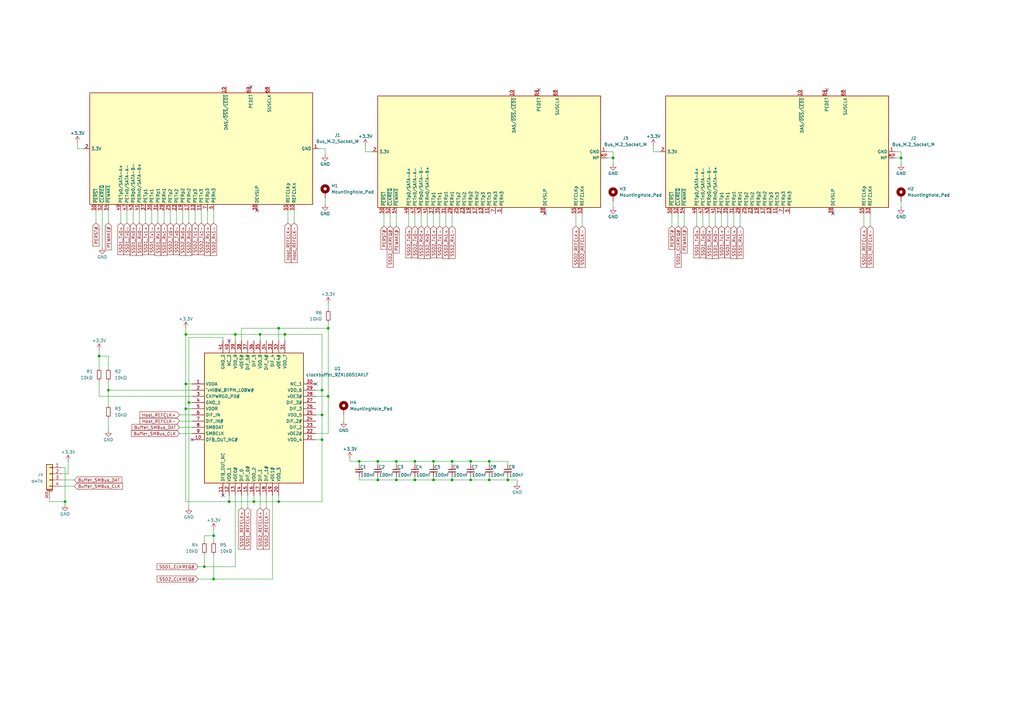
<source format=kicad_sch>
(kicad_sch (version 20231120) (generator "eeschema") (generator_version "8.0")
  (paper "A3")
  (lib_symbols
    (symbol "A-my-stuff:clockbuffer_9ZXL0651AKLF"
      (property "Reference" "IC" (at 46.99 17.78 0))
      (property "Value" "clockbuffer_9ZXL0651AKLF" (at 46.99 15.24 0))
      (symbol "clockbuffer_9ZXL0651AKLF_1_1"
        (pin passive line (at 0 0 0) (length 5.08) (name "VDDA") (number "1"))
        (pin passive line (at 0 -22.86 0) (length 5.08) (name "DFB_OUT_NC#") (number "10"))
        (pin passive line (at 12.7 -45.72 90) (length 5.08) (name "DFB_OUT_NC") (number "11"))
        (pin passive line (at 15.24 -45.72 90) (length 5.08) (name "VDD_1") (number "12"))
        (pin passive line (at 17.78 -45.72 90) (length 5.08) (name "vOE0#") (number "13"))
        (pin passive line (at 20.32 -45.72 90) (length 5.08) (name "DIF_0") (number "14"))
        (pin passive line (at 22.86 -45.72 90) (length 5.08) (name "DIF_0#") (number "15"))
        (pin passive line (at 25.4 -45.72 90) (length 5.08) (name "VDD_2") (number "16"))
        (pin passive line (at 27.94 -45.72 90) (length 5.08) (name "DIF_1") (number "17"))
        (pin passive line (at 30.48 -45.72 90) (length 5.08) (name "DIF_1#") (number "18"))
        (pin passive line (at 33.02 -45.72 90) (length 5.08) (name "vOE1#") (number "19"))
        (pin passive line (at 0 -2.54 0) (length 5.08) (name "^vHIBW_BYPM_LOBW#") (number "2"))
        (pin passive line (at 35.56 -45.72 90) (length 5.08) (name "VDD_3") (number "20"))
        (pin passive line (at 50.8 -22.86 180) (length 5.08) (name "VDD_4") (number "21"))
        (pin passive line (at 50.8 -20.32 180) (length 5.08) (name "vOE2#") (number "22"))
        (pin passive line (at 50.8 -17.78 180) (length 5.08) (name "DIF_2") (number "23"))
        (pin passive line (at 50.8 -15.24 180) (length 5.08) (name "DIF_2#") (number "24"))
        (pin passive line (at 50.8 -12.7 180) (length 5.08) (name "VDD_5") (number "25"))
        (pin passive line (at 50.8 -10.16 180) (length 5.08) (name "DIF_3") (number "26"))
        (pin passive line (at 50.8 -7.62 180) (length 5.08) (name "DIF_3#") (number "27"))
        (pin passive line (at 50.8 -5.08 180) (length 5.08) (name "vOE3#") (number "28"))
        (pin passive line (at 50.8 -2.54 180) (length 5.08) (name "VDD_6") (number "29"))
        (pin passive line (at 0 -5.08 0) (length 5.08) (name "CKPWRGD_PD#") (number "3"))
        (pin passive line (at 50.8 0 180) (length 5.08) (name "NC_1") (number "30"))
        (pin passive line (at 38.1 17.78 270) (length 5.08) (name "VDD_7") (number "31"))
        (pin passive line (at 35.56 17.78 270) (length 5.08) (name "vOE4#") (number "32"))
        (pin passive line (at 33.02 17.78 270) (length 5.08) (name "DIF_4") (number "33"))
        (pin passive line (at 30.48 17.78 270) (length 5.08) (name "DIF_4#") (number "34"))
        (pin passive line (at 27.94 17.78 270) (length 5.08) (name "VDD_8") (number "35"))
        (pin passive line (at 25.4 17.78 270) (length 5.08) (name "DIF_5") (number "36"))
        (pin passive line (at 22.86 17.78 270) (length 5.08) (name "DIF_5#") (number "37"))
        (pin passive line (at 20.32 17.78 270) (length 5.08) (name "vOE5#") (number "38"))
        (pin passive line (at 17.78 17.78 270) (length 5.08) (name "VDD_9") (number "39"))
        (pin passive line (at 0 -7.62 0) (length 5.08) (name "GND_1") (number "4"))
        (pin passive line (at 15.24 17.78 270) (length 5.08) (name "NC_2") (number "40"))
        (pin passive line (at 12.7 17.78 270) (length 5.08) (name "GND_2") (number "41"))
        (pin passive line (at 0 -10.16 0) (length 5.08) (name "VDDR") (number "5"))
        (pin passive line (at 0 -12.7 0) (length 5.08) (name "DIF_IN") (number "6"))
        (pin passive line (at 0 -15.24 0) (length 5.08) (name "DIF_IN#") (number "7"))
        (pin passive line (at 0 -17.78 0) (length 5.08) (name "SMBDAT") (number "8"))
        (pin passive line (at 0 -20.32 0) (length 5.08) (name "SMBCLK") (number "9"))
      )
    )
    (symbol "Bus_M.2_Socket_M_1"
      (property "Reference" "J2" (at 5.4962 -55.88 90))
      (property "Value" "Bus_M.2_Socket_M" (at 2.9562 -55.88 90))
      (symbol "Bus_M.2_Socket_M_1_1_1"
        (pin power_in line (at 0 -48.26 90) (length 2.54) (name "GND") (number "1"))
        (pin bidirectional line (at 25.4 -10.16 180) (length 2.54) (name "DAS/~{DSS}/~{LED1}") (number "10"))
        (pin output line (at -25.4 0 0) (length 2.54) (name "PETn3") (number "11"))
        (pin passive line (at 0 48.26 270) (length 2.54) hide (name "3.3V") (number "12"))
        (pin output line (at -25.4 2.54 0) (length 2.54) (name "PETp3") (number "13"))
        (pin passive line (at 0 48.26 270) (length 2.54) hide (name "3.3V") (number "14"))
        (pin passive line (at 0 -48.26 90) (length 2.54) hide (name "GND") (number "15"))
        (pin passive line (at 0 48.26 270) (length 2.54) hide (name "3.3V") (number "16"))
        (pin input line (at -25.4 5.08 0) (length 2.54) (name "PERn2") (number "17"))
        (pin passive line (at 0 48.26 270) (length 2.54) hide (name "3.3V") (number "18"))
        (pin input line (at -25.4 7.62 0) (length 2.54) (name "PERp2") (number "19"))
        (pin power_in line (at 0 48.26 270) (length 2.54) (name "3.3V") (number "2"))
        (pin no_connect line (at 22.86 2.54 180) (length 2.54) hide (name "NC") (number "20"))
        (pin passive line (at 0 -48.26 90) (length 2.54) hide (name "GND") (number "21"))
        (pin no_connect line (at 22.86 5.08 180) (length 2.54) hide (name "NC") (number "22"))
        (pin output line (at -25.4 10.16 0) (length 2.54) (name "PETn2") (number "23"))
        (pin no_connect line (at 22.86 7.62 180) (length 2.54) hide (name "NC") (number "24"))
        (pin output line (at -25.4 12.7 0) (length 2.54) (name "PETp2") (number "25"))
        (pin no_connect line (at 22.86 10.16 180) (length 2.54) hide (name "NC") (number "26"))
        (pin passive line (at 0 -48.26 90) (length 2.54) hide (name "GND") (number "27"))
        (pin no_connect line (at 22.86 12.7 180) (length 2.54) hide (name "NC") (number "28"))
        (pin input line (at -25.4 15.24 0) (length 2.54) (name "PERn1") (number "29"))
        (pin passive line (at 0 -48.26 90) (length 2.54) hide (name "GND") (number "3"))
        (pin no_connect line (at 22.86 15.24 180) (length 2.54) hide (name "NC") (number "30"))
        (pin input line (at -25.4 17.78 0) (length 2.54) (name "PERp1") (number "31"))
        (pin no_connect line (at 22.86 17.78 180) (length 2.54) hide (name "NC") (number "32"))
        (pin passive line (at 0 -48.26 90) (length 2.54) hide (name "GND") (number "33"))
        (pin no_connect line (at 22.86 20.32 180) (length 2.54) hide (name "NC") (number "34"))
        (pin output line (at -25.4 20.32 0) (length 2.54) (name "PETn1") (number "35"))
        (pin no_connect line (at 22.86 22.86 180) (length 2.54) hide (name "NC") (number "36"))
        (pin output line (at -25.4 22.86 0) (length 2.54) (name "PETp1") (number "37"))
        (pin output line (at -25.4 -22.86 0) (length 2.54) (name "DEVSLP") (number "38"))
        (pin passive line (at 0 -48.26 90) (length 2.54) hide (name "GND") (number "39"))
        (pin passive line (at 0 48.26 270) (length 2.54) hide (name "3.3V") (number "4"))
        (pin no_connect line (at 22.86 25.4 180) (length 2.54) hide (name "NC") (number "40"))
        (pin input line (at -25.4 25.4 0) (length 2.54) (name "PERn0/SATA-B+") (number "41"))
        (pin no_connect line (at 22.86 27.94 180) (length 2.54) hide (name "NC") (number "42"))
        (pin input line (at -25.4 27.94 0) (length 2.54) (name "PERp0/SATA-B-") (number "43"))
        (pin no_connect line (at 22.86 30.48 180) (length 2.54) hide (name "NC") (number "44"))
        (pin passive line (at 0 -48.26 90) (length 2.54) hide (name "GND") (number "45"))
        (pin no_connect line (at 22.86 33.02 180) (length 2.54) hide (name "NC") (number "46"))
        (pin output line (at -25.4 30.48 0) (length 2.54) (name "PETn0/SATA-A-") (number "47"))
        (pin no_connect line (at 22.86 35.56 180) (length 2.54) hide (name "NC") (number "48"))
        (pin output line (at -25.4 33.02 0) (length 2.54) (name "PETp0/SATA-A+") (number "49"))
        (pin input line (at -25.4 -5.08 0) (length 2.54) (name "PERn3") (number "5"))
        (pin output line (at -25.4 43.18 0) (length 2.54) (name "~{PERST}") (number "50"))
        (pin passive line (at 0 -48.26 90) (length 2.54) hide (name "GND") (number "51"))
        (pin bidirectional line (at -25.4 40.64 0) (length 2.54) (name "~{CLKREQ}") (number "52"))
        (pin output line (at -25.4 -38.1 0) (length 2.54) (name "REFCLKn") (number "53"))
        (pin bidirectional line (at -25.4 38.1 0) (length 2.54) (name "~{PEWAKE}") (number "54"))
        (pin output line (at -25.4 -35.56 0) (length 2.54) (name "REFCLKp") (number "55"))
        (pin no_connect line (at 22.86 38.1 180) (length 2.54) hide (name "NC") (number "56"))
        (pin passive line (at 0 -48.26 90) (length 2.54) hide (name "GND") (number "57"))
        (pin no_connect line (at 22.86 40.64 180) (length 2.54) hide (name "NC") (number "58"))
        (pin no_connect line (at 22.86 -2.54 180) (length 2.54) hide (name "NC") (number "6"))
        (pin no_connect line (at 22.86 -5.08 180) (length 2.54) hide (name "NC") (number "67"))
        (pin output line (at 25.4 -27.94 180) (length 2.54) (name "SUSCLK") (number "68"))
        (pin passive line (at 25.4 -20.32 180) (length 2.54) (name "PEDET") (number "69"))
        (pin input line (at -25.4 -2.54 0) (length 2.54) (name "PERp3") (number "7"))
        (pin passive line (at 0 48.26 270) (length 2.54) hide (name "3.3V") (number "70"))
        (pin passive line (at 0 -48.26 90) (length 2.54) hide (name "GND") (number "71"))
        (pin passive line (at 0 48.26 270) (length 2.54) hide (name "3.3V") (number "72"))
        (pin passive line (at 0 -48.26 90) (length 2.54) hide (name "GND") (number "73"))
        (pin passive line (at 0 48.26 270) (length 2.54) hide (name "3.3V") (number "74"))
        (pin passive line (at 0 -48.26 90) (length 2.54) hide (name "GND") (number "75"))
        (pin no_connect line (at 22.86 0 180) (length 2.54) hide (name "NC") (number "8"))
        (pin passive line (at 0 -48.26 90) (length 2.54) hide (name "GND") (number "9"))
        (pin power_in line (at -2.54 -48.26 90) (length 2.54) (name "MP") (number "MP"))
      )
    )
    (symbol "Bus_M.2_Socket_M_2"
      (property "Reference" "J3" (at 5.4962 -55.88 90))
      (property "Value" "Bus_M.2_Socket_M" (at 2.9562 -55.88 90))
      (symbol "Bus_M.2_Socket_M_2_1_1"
        (pin power_in line (at 0 -48.26 90) (length 2.54) (name "GND") (number "1"))
        (pin bidirectional line (at 25.4 -10.16 180) (length 2.54) (name "DAS/~{DSS}/~{LED1}") (number "10"))
        (pin output line (at -25.4 0 0) (length 2.54) (name "PETn3") (number "11"))
        (pin passive line (at 0 48.26 270) (length 2.54) hide (name "3.3V") (number "12"))
        (pin output line (at -25.4 2.54 0) (length 2.54) (name "PETp3") (number "13"))
        (pin passive line (at 0 48.26 270) (length 2.54) hide (name "3.3V") (number "14"))
        (pin passive line (at 0 -48.26 90) (length 2.54) hide (name "GND") (number "15"))
        (pin passive line (at 0 48.26 270) (length 2.54) hide (name "3.3V") (number "16"))
        (pin input line (at -25.4 5.08 0) (length 2.54) (name "PERn2") (number "17"))
        (pin passive line (at 0 48.26 270) (length 2.54) hide (name "3.3V") (number "18"))
        (pin input line (at -25.4 7.62 0) (length 2.54) (name "PERp2") (number "19"))
        (pin power_in line (at 0 48.26 270) (length 2.54) (name "3.3V") (number "2"))
        (pin no_connect line (at 22.86 2.54 180) (length 2.54) hide (name "NC") (number "20"))
        (pin passive line (at 0 -48.26 90) (length 2.54) hide (name "GND") (number "21"))
        (pin no_connect line (at 22.86 5.08 180) (length 2.54) hide (name "NC") (number "22"))
        (pin output line (at -25.4 10.16 0) (length 2.54) (name "PETn2") (number "23"))
        (pin no_connect line (at 22.86 7.62 180) (length 2.54) hide (name "NC") (number "24"))
        (pin output line (at -25.4 12.7 0) (length 2.54) (name "PETp2") (number "25"))
        (pin no_connect line (at 22.86 10.16 180) (length 2.54) hide (name "NC") (number "26"))
        (pin passive line (at 0 -48.26 90) (length 2.54) hide (name "GND") (number "27"))
        (pin no_connect line (at 22.86 12.7 180) (length 2.54) hide (name "NC") (number "28"))
        (pin input line (at -25.4 15.24 0) (length 2.54) (name "PERn1") (number "29"))
        (pin passive line (at 0 -48.26 90) (length 2.54) hide (name "GND") (number "3"))
        (pin no_connect line (at 22.86 15.24 180) (length 2.54) hide (name "NC") (number "30"))
        (pin input line (at -25.4 17.78 0) (length 2.54) (name "PERp1") (number "31"))
        (pin no_connect line (at 22.86 17.78 180) (length 2.54) hide (name "NC") (number "32"))
        (pin passive line (at 0 -48.26 90) (length 2.54) hide (name "GND") (number "33"))
        (pin no_connect line (at 22.86 20.32 180) (length 2.54) hide (name "NC") (number "34"))
        (pin output line (at -25.4 20.32 0) (length 2.54) (name "PETn1") (number "35"))
        (pin no_connect line (at 22.86 22.86 180) (length 2.54) hide (name "NC") (number "36"))
        (pin output line (at -25.4 22.86 0) (length 2.54) (name "PETp1") (number "37"))
        (pin output line (at -25.4 -22.86 0) (length 2.54) (name "DEVSLP") (number "38"))
        (pin passive line (at 0 -48.26 90) (length 2.54) hide (name "GND") (number "39"))
        (pin passive line (at 0 48.26 270) (length 2.54) hide (name "3.3V") (number "4"))
        (pin no_connect line (at 22.86 25.4 180) (length 2.54) hide (name "NC") (number "40"))
        (pin input line (at -25.4 25.4 0) (length 2.54) (name "PERn0/SATA-B+") (number "41"))
        (pin no_connect line (at 22.86 27.94 180) (length 2.54) hide (name "NC") (number "42"))
        (pin input line (at -25.4 27.94 0) (length 2.54) (name "PERp0/SATA-B-") (number "43"))
        (pin no_connect line (at 22.86 30.48 180) (length 2.54) hide (name "NC") (number "44"))
        (pin passive line (at 0 -48.26 90) (length 2.54) hide (name "GND") (number "45"))
        (pin no_connect line (at 22.86 33.02 180) (length 2.54) hide (name "NC") (number "46"))
        (pin output line (at -25.4 30.48 0) (length 2.54) (name "PETn0/SATA-A-") (number "47"))
        (pin no_connect line (at 22.86 35.56 180) (length 2.54) hide (name "NC") (number "48"))
        (pin output line (at -25.4 33.02 0) (length 2.54) (name "PETp0/SATA-A+") (number "49"))
        (pin input line (at -25.4 -5.08 0) (length 2.54) (name "PERn3") (number "5"))
        (pin output line (at -25.4 43.18 0) (length 2.54) (name "~{PERST}") (number "50"))
        (pin passive line (at 0 -48.26 90) (length 2.54) hide (name "GND") (number "51"))
        (pin bidirectional line (at -25.4 40.64 0) (length 2.54) (name "~{CLKREQ}") (number "52"))
        (pin output line (at -25.4 -38.1 0) (length 2.54) (name "REFCLKn") (number "53"))
        (pin bidirectional line (at -25.4 38.1 0) (length 2.54) (name "~{PEWAKE}") (number "54"))
        (pin output line (at -25.4 -35.56 0) (length 2.54) (name "REFCLKp") (number "55"))
        (pin no_connect line (at 22.86 38.1 180) (length 2.54) hide (name "NC") (number "56"))
        (pin passive line (at 0 -48.26 90) (length 2.54) hide (name "GND") (number "57"))
        (pin no_connect line (at 22.86 40.64 180) (length 2.54) hide (name "NC") (number "58"))
        (pin no_connect line (at 22.86 -2.54 180) (length 2.54) hide (name "NC") (number "6"))
        (pin no_connect line (at 22.86 -5.08 180) (length 2.54) hide (name "NC") (number "67"))
        (pin output line (at 25.4 -27.94 180) (length 2.54) (name "SUSCLK") (number "68"))
        (pin passive line (at 25.4 -20.32 180) (length 2.54) (name "PEDET") (number "69"))
        (pin input line (at -25.4 -2.54 0) (length 2.54) (name "PERp3") (number "7"))
        (pin passive line (at 0 48.26 270) (length 2.54) hide (name "3.3V") (number "70"))
        (pin passive line (at 0 -48.26 90) (length 2.54) hide (name "GND") (number "71"))
        (pin passive line (at 0 48.26 270) (length 2.54) hide (name "3.3V") (number "72"))
        (pin passive line (at 0 -48.26 90) (length 2.54) hide (name "GND") (number "73"))
        (pin passive line (at 0 48.26 270) (length 2.54) hide (name "3.3V") (number "74"))
        (pin passive line (at 0 -48.26 90) (length 2.54) hide (name "GND") (number "75"))
        (pin no_connect line (at 22.86 0 180) (length 2.54) hide (name "NC") (number "8"))
        (pin passive line (at 0 -48.26 90) (length 2.54) hide (name "GND") (number "9"))
        (pin power_in line (at -2.54 -48.26 90) (length 2.54) (name "MP") (number "MP"))
      )
    )
    (symbol "Connector:Bus_M.2_Socket_M"
      (property "Reference" "J" (at -22.86 46.99 0))
      (property "Value" "Bus_M.2_Socket_M" (at 16.51 46.99 0))
      (symbol "Bus_M.2_Socket_M_1_1"
        (pin power_in line (at 0 -48.26 90) (length 2.54) (name "GND") (number "1"))
        (pin bidirectional line (at 25.4 -10.16 180) (length 2.54) (name "DAS/~{DSS}/~{LED1}") (number "10"))
        (pin output line (at -25.4 0 0) (length 2.54) (name "PETn3") (number "11"))
        (pin passive line (at 0 48.26 270) (length 2.54) hide (name "3.3V") (number "12"))
        (pin output line (at -25.4 2.54 0) (length 2.54) (name "PETp3") (number "13"))
        (pin passive line (at 0 48.26 270) (length 2.54) hide (name "3.3V") (number "14"))
        (pin passive line (at 0 -48.26 90) (length 2.54) hide (name "GND") (number "15"))
        (pin passive line (at 0 48.26 270) (length 2.54) hide (name "3.3V") (number "16"))
        (pin input line (at -25.4 5.08 0) (length 2.54) (name "PERn2") (number "17"))
        (pin passive line (at 0 48.26 270) (length 2.54) hide (name "3.3V") (number "18"))
        (pin input line (at -25.4 7.62 0) (length 2.54) (name "PERp2") (number "19"))
        (pin power_in line (at 0 48.26 270) (length 2.54) (name "3.3V") (number "2"))
        (pin no_connect line (at 22.86 2.54 180) (length 2.54) hide (name "NC") (number "20"))
        (pin passive line (at 0 -48.26 90) (length 2.54) hide (name "GND") (number "21"))
        (pin no_connect line (at 22.86 5.08 180) (length 2.54) hide (name "NC") (number "22"))
        (pin output line (at -25.4 10.16 0) (length 2.54) (name "PETn2") (number "23"))
        (pin no_connect line (at 22.86 7.62 180) (length 2.54) hide (name "NC") (number "24"))
        (pin output line (at -25.4 12.7 0) (length 2.54) (name "PETp2") (number "25"))
        (pin no_connect line (at 22.86 10.16 180) (length 2.54) hide (name "NC") (number "26"))
        (pin passive line (at 0 -48.26 90) (length 2.54) hide (name "GND") (number "27"))
        (pin no_connect line (at 22.86 12.7 180) (length 2.54) hide (name "NC") (number "28"))
        (pin input line (at -25.4 15.24 0) (length 2.54) (name "PERn1") (number "29"))
        (pin passive line (at 0 -48.26 90) (length 2.54) hide (name "GND") (number "3"))
        (pin no_connect line (at 22.86 15.24 180) (length 2.54) hide (name "NC") (number "30"))
        (pin input line (at -25.4 17.78 0) (length 2.54) (name "PERp1") (number "31"))
        (pin no_connect line (at 22.86 17.78 180) (length 2.54) hide (name "NC") (number "32"))
        (pin passive line (at 0 -48.26 90) (length 2.54) hide (name "GND") (number "33"))
        (pin no_connect line (at 22.86 20.32 180) (length 2.54) hide (name "NC") (number "34"))
        (pin output line (at -25.4 20.32 0) (length 2.54) (name "PETn1") (number "35"))
        (pin no_connect line (at 22.86 22.86 180) (length 2.54) hide (name "NC") (number "36"))
        (pin output line (at -25.4 22.86 0) (length 2.54) (name "PETp1") (number "37"))
        (pin output line (at -25.4 -22.86 0) (length 2.54) (name "DEVSLP") (number "38"))
        (pin passive line (at 0 -48.26 90) (length 2.54) hide (name "GND") (number "39"))
        (pin passive line (at 0 48.26 270) (length 2.54) hide (name "3.3V") (number "4"))
        (pin no_connect line (at 22.86 25.4 180) (length 2.54) hide (name "NC") (number "40"))
        (pin input line (at -25.4 25.4 0) (length 2.54) (name "PERn0/SATA-B+") (number "41"))
        (pin no_connect line (at 22.86 27.94 180) (length 2.54) hide (name "NC") (number "42"))
        (pin input line (at -25.4 27.94 0) (length 2.54) (name "PERp0/SATA-B-") (number "43"))
        (pin no_connect line (at 22.86 30.48 180) (length 2.54) hide (name "NC") (number "44"))
        (pin passive line (at 0 -48.26 90) (length 2.54) hide (name "GND") (number "45"))
        (pin no_connect line (at 22.86 33.02 180) (length 2.54) hide (name "NC") (number "46"))
        (pin output line (at -25.4 30.48 0) (length 2.54) (name "PETn0/SATA-A-") (number "47"))
        (pin no_connect line (at 22.86 35.56 180) (length 2.54) hide (name "NC") (number "48"))
        (pin output line (at -25.4 33.02 0) (length 2.54) (name "PETp0/SATA-A+") (number "49"))
        (pin input line (at -25.4 -5.08 0) (length 2.54) (name "PERn3") (number "5"))
        (pin output line (at -25.4 43.18 0) (length 2.54) (name "~{PERST}") (number "50"))
        (pin passive line (at 0 -48.26 90) (length 2.54) hide (name "GND") (number "51"))
        (pin bidirectional line (at -25.4 40.64 0) (length 2.54) (name "~{CLKREQ}") (number "52"))
        (pin output line (at -25.4 -38.1 0) (length 2.54) (name "REFCLKn") (number "53"))
        (pin bidirectional line (at -25.4 38.1 0) (length 2.54) (name "~{PEWAKE}") (number "54"))
        (pin output line (at -25.4 -35.56 0) (length 2.54) (name "REFCLKp") (number "55"))
        (pin no_connect line (at 22.86 38.1 180) (length 2.54) hide (name "NC") (number "56"))
        (pin passive line (at 0 -48.26 90) (length 2.54) hide (name "GND") (number "57"))
        (pin no_connect line (at 22.86 40.64 180) (length 2.54) hide (name "NC") (number "58"))
        (pin no_connect line (at 22.86 -2.54 180) (length 2.54) hide (name "NC") (number "6"))
        (pin no_connect line (at 22.86 -5.08 180) (length 2.54) hide (name "NC") (number "67"))
        (pin output line (at 25.4 -27.94 180) (length 2.54) (name "SUSCLK") (number "68"))
        (pin passive line (at 25.4 -20.32 180) (length 2.54) (name "PEDET") (number "69"))
        (pin input line (at -25.4 -2.54 0) (length 2.54) (name "PERp3") (number "7"))
        (pin passive line (at 0 48.26 270) (length 2.54) hide (name "3.3V") (number "70"))
        (pin passive line (at 0 -48.26 90) (length 2.54) hide (name "GND") (number "71"))
        (pin passive line (at 0 48.26 270) (length 2.54) hide (name "3.3V") (number "72"))
        (pin passive line (at 0 -48.26 90) (length 2.54) hide (name "GND") (number "73"))
        (pin passive line (at 0 48.26 270) (length 2.54) hide (name "3.3V") (number "74"))
        (pin passive line (at 0 -48.26 90) (length 2.54) hide (name "GND") (number "75"))
        (pin no_connect line (at 22.86 0 180) (length 2.54) hide (name "NC") (number "8"))
        (pin passive line (at 0 -48.26 90) (length 2.54) hide (name "GND") (number "9"))
      )
    )
    (symbol "Connector_Generic_MountingPin:Conn_01x04_MountingPin" (pin_names (offset 1.016) hide)
      (property "Reference" "J" (at 0 5.08 0))
      (property "Value" "Conn_01x04_MountingPin" (at 1.27 -7.62 0))
      (symbol "Conn_01x04_MountingPin_1_1"
        (text "Mounting" (at 0 -6.731 0) (effects (font (size 0.381 0.381))))
        (pin passive line (at -5.08 2.54 0) (length 3.81) (name "Pin_1") (number "1"))
        (pin passive line (at -5.08 0 0) (length 3.81) (name "Pin_2") (number "2"))
        (pin passive line (at -5.08 -2.54 0) (length 3.81) (name "Pin_3") (number "3"))
        (pin passive line (at -5.08 -5.08 0) (length 3.81) (name "Pin_4") (number "4"))
        (pin passive line (at 0 -10.16 90) (length 3.048) (name "MountPin") (number "MP"))
      )
    )
    (symbol "Device:C_Small" (pin_numbers hide) (pin_names (offset 0.254) hide)
      (property "Reference" "C" (at 0.254 1.778 0))
      (property "Value" "C_Small" (at 0.254 -2.032 0))
      (symbol "C_Small_1_1"
        (pin passive line (at 0 2.54 270) (length 2.032) (name "~") (number "1"))
        (pin passive line (at 0 -2.54 90) (length 2.032) (name "~") (number "2"))
      )
    )
    (symbol "Device:R_Small" (pin_numbers hide) (pin_names (offset 0.254) hide)
      (property "Reference" "R" (at 0.762 0.508 0))
      (property "Value" "R_Small" (at 0.762 -1.016 0))
      (symbol "R_Small_1_1"
        (pin passive line (at 0 2.54 270) (length 0.762) (name "~") (number "1"))
        (pin passive line (at 0 -2.54 90) (length 0.762) (name "~") (number "2"))
      )
    )
    (symbol "Mechanical:MountingHole_Pad" (pin_numbers hide) (pin_names (offset 1.016) hide) (exclude_from_sim yes) (in_bom no)
      (property "Reference" "H" (at 0 6.35 0))
      (property "Value" "MountingHole_Pad" (at 0 4.445 0))
      (symbol "MountingHole_Pad_1_1"
        (pin input line (at 0 -2.54 90) (length 2.54) (name "1") (number "1"))
      )
    )
    (symbol "power:+3.3V" (power) (pin_numbers hide) (pin_names (offset 0) hide)
      (property "Value" "+3.3V" (at 0 3.556 0))
      (symbol "+3.3V_1_1"
        (pin power_in line (at 0 0 90) (length 0) (name "~") (number "1"))
      )
    )
    (symbol "power:GND" (power) (pin_numbers hide) (pin_names (offset 0) hide)
      (property "Value" "GND" (at 0 -3.81 0))
      (symbol "GND_1_1"
        (pin power_in line (at 0 0 270) (length 0) (name "~") (number "1"))
      )
    )
  )
  (junction (at 106.68 137.16))
  (junction (at 177.8 189.23))
  (junction (at 193.04 189.23))
  (junction (at 162.56 196.85))
  (junction (at 93.98 205.74))
  (junction (at 104.14 205.74))
  (junction (at 132.08 170.18))
  (junction (at 134.62 134.62))
  (junction (at 200.66 189.23))
  (junction (at 76.2 157.48))
  (junction (at 177.8 196.85))
  (junction (at 132.08 180.34))
  (junction (at 170.18 196.85))
  (junction (at 154.94 189.23))
  (junction (at 114.3 134.62))
  (junction (at 193.04 196.85))
  (junction (at 185.42 189.23))
  (junction (at 147.32 189.23))
  (junction (at 44.45 160.02))
  (junction (at 154.94 196.85))
  (junction (at 40.64 146.05))
  (junction (at 114.3 205.74))
  (junction (at 96.52 137.16))
  (junction (at 76.2 137.16))
  (junction (at 76.2 167.64))
  (junction (at 170.18 189.23))
  (junction (at 87.63 237.49))
  (junction (at 77.47 165.1))
  (junction (at 116.84 137.16))
  (junction (at 200.66 196.85))
  (junction (at 185.42 196.85))
  (junction (at 132.08 160.02))
  (junction (at 208.28 196.85))
  (junction (at 162.56 189.23))
  (junction (at 369.57 64.77))
  (junction (at 83.82 232.41))
  (junction (at 26.67 205.74))
  (junction (at 251.46 64.77))
  (junction (at 134.62 162.56))
  (junction (at 87.63 219.71))
  (no_connect (at 129.54 157.48))
  (no_connect (at 223.52 87.63))
  (no_connect (at 105.41 86.36))
  (no_connect (at 91.44 203.2))
  (no_connect (at 93.98 139.7))
  (no_connect (at 339.09 36.83))
  (no_connect (at 78.74 180.34))
  (no_connect (at 341.63 87.63))
  (no_connect (at 220.98 36.83))
  (no_connect (at 102.87 35.56))
  (wire (pts (xy 134.62 132.08) (xy 134.62 134.62)))
  (wire (pts (xy 99.06 139.7) (xy 99.06 134.62)))
  (wire (pts (xy 31.75 60.96) (xy 34.29 60.96)))
  (wire (pts (xy 200.66 189.23) (xy 208.28 189.23)))
  (wire (pts (xy 170.18 92.71) (xy 170.18 87.63)))
  (wire (pts (xy 93.98 205.74) (xy 76.2 205.74)))
  (wire (pts (xy 170.18 195.58) (xy 170.18 196.85)))
  (wire (pts (xy 83.82 227.33) (xy 83.82 232.41)))
  (wire (pts (xy 154.94 189.23) (xy 162.56 189.23)))
  (wire (pts (xy 106.68 137.16) (xy 106.68 139.7)))
  (wire (pts (xy 185.42 196.85) (xy 193.04 196.85)))
  (wire (pts (xy 303.53 92.71) (xy 303.53 87.63)))
  (wire (pts (xy 278.13 92.71) (xy 278.13 87.63)))
  (wire (pts (xy 30.48 196.85) (xy 25.4 196.85)))
  (wire (pts (xy 280.67 87.63) (xy 280.67 92.71)))
  (wire (pts (xy 275.59 87.63) (xy 275.59 92.71)))
  (wire (pts (xy 87.63 219.71) (xy 87.63 222.25)))
  (wire (pts (xy 111.76 203.2) (xy 111.76 237.49)))
  (wire (pts (xy 162.56 87.63) (xy 162.56 92.71)))
  (wire (pts (xy 52.07 91.44) (xy 52.07 86.36)))
  (wire (pts (xy 44.45 86.36) (xy 44.45 91.44)))
  (wire (pts (xy 77.47 138.43) (xy 77.47 165.1)))
  (wire (pts (xy 157.48 87.63) (xy 157.48 92.71)))
  (wire (pts (xy 134.62 124.46) (xy 134.62 127)))
  (wire (pts (xy 185.42 92.71) (xy 185.42 87.63)))
  (wire (pts (xy 129.54 177.8) (xy 134.62 177.8)))
  (wire (pts (xy 78.74 157.48) (xy 76.2 157.48)))
  (wire (pts (xy 172.72 92.71) (xy 172.72 87.63)))
  (wire (pts (xy 44.45 151.13) (xy 44.45 146.05)))
  (wire (pts (xy 293.37 92.71) (xy 293.37 87.63)))
  (wire (pts (xy 251.46 82.55) (xy 251.46 85.09)))
  (wire (pts (xy 149.86 59.69) (xy 149.86 62.23)))
  (wire (pts (xy 185.42 189.23) (xy 185.42 190.5)))
  (wire (pts (xy 129.54 180.34) (xy 132.08 180.34)))
  (wire (pts (xy 106.68 137.16) (xy 116.84 137.16)))
  (wire (pts (xy 116.84 137.16) (xy 132.08 137.16)))
  (wire (pts (xy 93.98 203.2) (xy 93.98 205.74)))
  (wire (pts (xy 114.3 205.74) (xy 132.08 205.74)))
  (wire (pts (xy 25.4 191.77) (xy 26.67 191.77)))
  (wire (pts (xy 64.77 91.44) (xy 64.77 86.36)))
  (wire (pts (xy 99.06 208.28) (xy 99.06 203.2)))
  (wire (pts (xy 180.34 92.71) (xy 180.34 87.63)))
  (wire (pts (xy 31.75 58.42) (xy 31.75 60.96)))
  (wire (pts (xy 40.64 146.05) (xy 44.45 146.05)))
  (wire (pts (xy 356.87 92.71) (xy 356.87 87.63)))
  (wire (pts (xy 109.22 208.28) (xy 109.22 203.2)))
  (wire (pts (xy 147.32 189.23) (xy 154.94 189.23)))
  (wire (pts (xy 177.8 189.23) (xy 177.8 190.5)))
  (wire (pts (xy 114.3 203.2) (xy 114.3 205.74)))
  (wire (pts (xy 73.66 172.72) (xy 78.74 172.72)))
  (wire (pts (xy 177.8 196.85) (xy 185.42 196.85)))
  (wire (pts (xy 162.56 195.58) (xy 162.56 196.85)))
  (wire (pts (xy 77.47 91.44) (xy 77.47 86.36)))
  (wire (pts (xy 44.45 171.45) (xy 44.45 176.53)))
  (wire (pts (xy 81.28 232.41) (xy 83.82 232.41)))
  (wire (pts (xy 77.47 165.1) (xy 77.47 208.28)))
  (wire (pts (xy 177.8 195.58) (xy 177.8 196.85)))
  (wire (pts (xy 369.57 62.23) (xy 369.57 64.77)))
  (wire (pts (xy 87.63 91.44) (xy 87.63 86.36)))
  (wire (pts (xy 369.57 64.77) (xy 369.57 67.31)))
  (wire (pts (xy 193.04 196.85) (xy 200.66 196.85)))
  (wire (pts (xy 354.33 92.71) (xy 354.33 87.63)))
  (wire (pts (xy 96.52 137.16) (xy 106.68 137.16)))
  (wire (pts (xy 200.66 189.23) (xy 200.66 190.5)))
  (wire (pts (xy 67.31 91.44) (xy 67.31 86.36)))
  (wire (pts (xy 208.28 190.5) (xy 208.28 189.23)))
  (wire (pts (xy 76.2 167.64) (xy 78.74 167.64)))
  (wire (pts (xy 133.35 81.28) (xy 133.35 83.82)))
  (wire (pts (xy 300.99 92.71) (xy 300.99 87.63)))
  (wire (pts (xy 91.44 138.43) (xy 77.47 138.43)))
  (wire (pts (xy 73.66 175.26) (xy 78.74 175.26)))
  (wire (pts (xy 40.64 156.21) (xy 40.64 162.56)))
  (wire (pts (xy 104.14 205.74) (xy 114.3 205.74)))
  (wire (pts (xy 129.54 162.56) (xy 134.62 162.56)))
  (wire (pts (xy 193.04 189.23) (xy 200.66 189.23)))
  (wire (pts (xy 369.57 62.23) (xy 367.03 62.23)))
  (wire (pts (xy 87.63 237.49) (xy 111.76 237.49)))
  (wire (pts (xy 83.82 222.25) (xy 83.82 219.71)))
  (wire (pts (xy 44.45 160.02) (xy 78.74 160.02)))
  (wire (pts (xy 76.2 137.16) (xy 76.2 157.48)))
  (wire (pts (xy 129.54 160.02) (xy 132.08 160.02)))
  (wire (pts (xy 76.2 167.64) (xy 76.2 205.74)))
  (wire (pts (xy 77.47 165.1) (xy 78.74 165.1)))
  (wire (pts (xy 83.82 232.41) (xy 96.52 232.41)))
  (wire (pts (xy 132.08 180.34) (xy 132.08 205.74)))
  (wire (pts (xy 177.8 189.23) (xy 185.42 189.23)))
  (wire (pts (xy 30.48 199.39) (xy 25.4 199.39)))
  (wire (pts (xy 96.52 139.7) (xy 96.52 137.16)))
  (wire (pts (xy 80.01 91.44) (xy 80.01 86.36)))
  (wire (pts (xy 193.04 189.23) (xy 193.04 190.5)))
  (wire (pts (xy 132.08 160.02) (xy 132.08 137.16)))
  (wire (pts (xy 20.32 205.74) (xy 26.67 205.74)))
  (wire (pts (xy 87.63 217.17) (xy 87.63 219.71)))
  (wire (pts (xy 154.94 195.58) (xy 154.94 196.85)))
  (wire (pts (xy 143.51 189.23) (xy 147.32 189.23)))
  (wire (pts (xy 200.66 195.58) (xy 200.66 196.85)))
  (wire (pts (xy 25.4 194.31) (xy 27.94 194.31)))
  (wire (pts (xy 133.35 60.96) (xy 130.81 60.96)))
  (wire (pts (xy 170.18 196.85) (xy 177.8 196.85)))
  (wire (pts (xy 118.11 91.44) (xy 118.11 86.36)))
  (wire (pts (xy 44.45 160.02) (xy 44.45 156.21)))
  (wire (pts (xy 369.57 82.55) (xy 369.57 85.09)))
  (wire (pts (xy 76.2 157.48) (xy 76.2 167.64)))
  (wire (pts (xy 134.62 177.8) (xy 134.62 162.56)))
  (wire (pts (xy 72.39 91.44) (xy 72.39 86.36)))
  (wire (pts (xy 87.63 227.33) (xy 87.63 237.49)))
  (wire (pts (xy 49.53 91.44) (xy 49.53 86.36)))
  (wire (pts (xy 162.56 196.85) (xy 170.18 196.85)))
  (wire (pts (xy 114.3 134.62) (xy 134.62 134.62)))
  (wire (pts (xy 134.62 134.62) (xy 134.62 162.56)))
  (wire (pts (xy 73.66 170.18) (xy 78.74 170.18)))
  (wire (pts (xy 251.46 62.23) (xy 248.92 62.23)))
  (wire (pts (xy 175.26 92.71) (xy 175.26 87.63)))
  (wire (pts (xy 208.28 195.58) (xy 208.28 196.85)))
  (wire (pts (xy 114.3 134.62) (xy 114.3 139.7)))
  (wire (pts (xy 367.03 64.77) (xy 369.57 64.77)))
  (wire (pts (xy 54.61 91.44) (xy 54.61 86.36)))
  (wire (pts (xy 82.55 91.44) (xy 82.55 86.36)))
  (wire (pts (xy 154.94 189.23) (xy 154.94 190.5)))
  (wire (pts (xy 298.45 92.71) (xy 298.45 87.63)))
  (wire (pts (xy 182.88 92.71) (xy 182.88 87.63)))
  (wire (pts (xy 129.54 170.18) (xy 132.08 170.18)))
  (wire (pts (xy 39.37 86.36) (xy 39.37 91.44)))
  (wire (pts (xy 185.42 189.23) (xy 193.04 189.23)))
  (wire (pts (xy 120.65 91.44) (xy 120.65 86.36)))
  (wire (pts (xy 143.51 187.96) (xy 143.51 189.23)))
  (wire (pts (xy 57.15 91.44) (xy 57.15 86.36)))
  (wire (pts (xy 40.64 143.51) (xy 40.64 146.05)))
  (wire (pts (xy 236.22 92.71) (xy 236.22 87.63)))
  (wire (pts (xy 177.8 92.71) (xy 177.8 87.63)))
  (wire (pts (xy 106.68 203.2) (xy 106.68 208.28)))
  (wire (pts (xy 44.45 160.02) (xy 44.45 166.37)))
  (wire (pts (xy 288.29 92.71) (xy 288.29 87.63)))
  (wire (pts (xy 285.75 92.71) (xy 285.75 87.63)))
  (wire (pts (xy 162.56 189.23) (xy 170.18 189.23)))
  (wire (pts (xy 133.35 63.5) (xy 133.35 60.96)))
  (wire (pts (xy 40.64 162.56) (xy 78.74 162.56)))
  (wire (pts (xy 96.52 137.16) (xy 76.2 137.16)))
  (wire (pts (xy 147.32 195.58) (xy 147.32 196.85)))
  (wire (pts (xy 81.28 237.49) (xy 87.63 237.49)))
  (wire (pts (xy 59.69 91.44) (xy 59.69 86.36)))
  (wire (pts (xy 251.46 64.77) (xy 251.46 67.31)))
  (wire (pts (xy 267.97 59.69) (xy 267.97 62.23)))
  (wire (pts (xy 101.6 208.28) (xy 101.6 203.2)))
  (wire (pts (xy 200.66 196.85) (xy 208.28 196.85)))
  (wire (pts (xy 147.32 196.85) (xy 154.94 196.85)))
  (wire (pts (xy 96.52 203.2) (xy 96.52 232.41)))
  (wire (pts (xy 295.91 92.71) (xy 295.91 87.63)))
  (wire (pts (xy 20.32 204.47) (xy 20.32 205.74)))
  (wire (pts (xy 170.18 189.23) (xy 170.18 190.5)))
  (wire (pts (xy 193.04 195.58) (xy 193.04 196.85)))
  (wire (pts (xy 99.06 134.62) (xy 114.3 134.62)))
  (wire (pts (xy 93.98 205.74) (xy 104.14 205.74)))
  (wire (pts (xy 290.83 92.71) (xy 290.83 87.63)))
  (wire (pts (xy 248.92 64.77) (xy 251.46 64.77)))
  (wire (pts (xy 85.09 91.44) (xy 85.09 86.36)))
  (wire (pts (xy 83.82 219.71) (xy 87.63 219.71)))
  (wire (pts (xy 185.42 195.58) (xy 185.42 196.85)))
  (wire (pts (xy 167.64 92.71) (xy 167.64 87.63)))
  (wire (pts (xy 170.18 189.23) (xy 177.8 189.23)))
  (wire (pts (xy 104.14 203.2) (xy 104.14 205.74)))
  (wire (pts (xy 160.02 92.71) (xy 160.02 87.63)))
  (wire (pts (xy 40.64 146.05) (xy 40.64 151.13)))
  (wire (pts (xy 154.94 196.85) (xy 162.56 196.85)))
  (wire (pts (xy 26.67 205.74) (xy 26.67 207.01)))
  (wire (pts (xy 27.94 189.23) (xy 27.94 194.31)))
  (wire (pts (xy 69.85 91.44) (xy 69.85 86.36)))
  (wire (pts (xy 149.86 62.23) (xy 152.4 62.23)))
  (wire (pts (xy 251.46 64.77) (xy 251.46 62.23)))
  (wire (pts (xy 132.08 160.02) (xy 132.08 170.18)))
  (wire (pts (xy 91.44 139.7) (xy 91.44 138.43)))
  (wire (pts (xy 73.66 177.8) (xy 78.74 177.8)))
  (wire (pts (xy 132.08 170.18) (xy 132.08 180.34)))
  (wire (pts (xy 140.97 170.18) (xy 140.97 172.72)))
  (wire (pts (xy 41.91 86.36) (xy 41.91 101.6)))
  (wire (pts (xy 76.2 134.62) (xy 76.2 137.16)))
  (wire (pts (xy 238.76 92.71) (xy 238.76 87.63)))
  (wire (pts (xy 26.67 191.77) (xy 26.67 205.74)))
  (wire (pts (xy 267.97 62.23) (xy 270.51 62.23)))
  (wire (pts (xy 208.28 196.85) (xy 212.09 196.85)))
  (wire (pts (xy 162.56 189.23) (xy 162.56 190.5)))
  (wire (pts (xy 147.32 189.23) (xy 147.32 190.5)))
  (wire (pts (xy 74.93 91.44) (xy 74.93 86.36)))
  (wire (pts (xy 116.84 139.7) (xy 116.84 137.16)))
  (wire (pts (xy 212.09 198.12) (xy 212.09 196.85)))
  (wire (pts (xy 62.23 91.44) (xy 62.23 86.36)))
  (global_label "SSD1_Tx1-" (shape input) (at 298.45 92.71 270) (property "Intersheetrefs" "${INTERSHEET_REFS}" (effects (hide yes))))
  (global_label "Buffer_SMBus_CLK" (shape input) (at 30.48 199.39 0) (property "Intersheetrefs" "${INTERSHEET_REFS}" (effects (hide yes))))
  (global_label "Buffer_SMBus_DAT" (shape input) (at 30.48 196.85 0) (property "Intersheetrefs" "${INTERSHEET_REFS}" (effects (hide yes))))
  (global_label "SSD2_Rx0-" (shape input) (at 175.26 92.71 270) (property "Intersheetrefs" "${INTERSHEET_REFS}" (effects (hide yes))))
  (global_label "SSD1_REFCLK+" (shape input) (at 354.33 92.71 270) (property "Intersheetrefs" "${INTERSHEET_REFS}" (effects (hide yes))))
  (global_label "SSD2_REFCLK-" (shape input) (at 238.76 92.71 270) (property "Intersheetrefs" "${INTERSHEET_REFS}" (effects (hide yes))))
  (global_label "Buffer_SMBus_DAT" (shape input) (at 73.66 175.26 180) (property "Intersheetrefs" "${INTERSHEET_REFS}" (effects (hide yes))))
  (global_label "Host_REFCLK+" (shape input) (at 118.11 91.44 270) (property "Intersheetrefs" "${INTERSHEET_REFS}" (effects (hide yes))))
  (global_label "SSD2_REFCLK+" (shape input) (at 106.68 208.28 270) (property "Intersheetrefs" "${INTERSHEET_REFS}" (effects (hide yes))))
  (global_label "SSD1_Rx0+" (shape input) (at 290.83 92.71 270) (property "Intersheetrefs" "${INTERSHEET_REFS}" (effects (hide yes))))
  (global_label "SSD1_Tx0+" (shape input) (at 285.75 92.71 270) (property "Intersheetrefs" "${INTERSHEET_REFS}" (effects (hide yes))))
  (global_label "SSD2_CLKREQ#" (shape input) (at 81.28 237.49 180) (property "Intersheetrefs" "${INTERSHEET_REFS}" (effects (hide yes))))
  (global_label "Buffer_SMBus_CLK" (shape input) (at 73.66 177.8 180) (property "Intersheetrefs" "${INTERSHEET_REFS}" (effects (hide yes))))
  (global_label "SSD1_Tx0-" (shape input) (at 288.29 92.71 270) (property "Intersheetrefs" "${INTERSHEET_REFS}" (effects (hide yes))))
  (global_label "SSD2_Rx1+" (shape input) (at 85.09 91.44 270) (property "Intersheetrefs" "${INTERSHEET_REFS}" (effects (hide yes))))
  (global_label "SSD2_REFCLK+" (shape input) (at 236.22 92.71 270) (property "Intersheetrefs" "${INTERSHEET_REFS}" (effects (hide yes))))
  (global_label "SSD1_REFCLK-" (shape input) (at 101.6 208.28 270) (property "Intersheetrefs" "${INTERSHEET_REFS}" (effects (hide yes))))
  (global_label "SSD1_REFCLK+" (shape input) (at 99.06 208.28 270) (property "Intersheetrefs" "${INTERSHEET_REFS}" (effects (hide yes))))
  (global_label "PERST#" (shape input) (at 39.37 91.44 270) (property "Intersheetrefs" "${INTERSHEET_REFS}" (effects (hide yes))))
  (global_label "Host_REFCLK-" (shape input) (at 120.65 91.44 270) (property "Intersheetrefs" "${INTERSHEET_REFS}" (effects (hide yes))))
  (global_label "SSD1_Rx1-" (shape input) (at 67.31 91.44 270) (property "Intersheetrefs" "${INTERSHEET_REFS}" (effects (hide yes))))
  (global_label "SSD2_Tx1+" (shape input) (at 177.8 92.71 270) (property "Intersheetrefs" "${INTERSHEET_REFS}" (effects (hide yes))))
  (global_label "SSD2_Tx0+" (shape input) (at 167.64 92.71 270) (property "Intersheetrefs" "${INTERSHEET_REFS}" (effects (hide yes))))
  (global_label "SSD1_Tx1+" (shape input) (at 295.91 92.71 270) (property "Intersheetrefs" "${INTERSHEET_REFS}" (effects (hide yes))))
  (global_label "SSD2_CLKREQ#" (shape input) (at 160.02 92.71 270) (property "Intersheetrefs" "${INTERSHEET_REFS}" (effects (hide yes))))
  (global_label "SSD2_Rx1+" (shape input) (at 182.88 92.71 270) (property "Intersheetrefs" "${INTERSHEET_REFS}" (effects (hide yes))))
  (global_label "SSD2_Rx1-" (shape input) (at 185.42 92.71 270) (property "Intersheetrefs" "${INTERSHEET_REFS}" (effects (hide yes))))
  (global_label "SSD1_Tx1+" (shape input) (at 59.69 91.44 270) (property "Intersheetrefs" "${INTERSHEET_REFS}" (effects (hide yes))))
  (global_label "SSD1_Tx1-" (shape input) (at 62.23 91.44 270) (property "Intersheetrefs" "${INTERSHEET_REFS}" (effects (hide yes))))
  (global_label "SSD2_Tx1-" (shape input) (at 82.55 91.44 270) (property "Intersheetrefs" "${INTERSHEET_REFS}" (effects (hide yes))))
  (global_label "SSD1_Rx1+" (shape input) (at 300.99 92.71 270) (property "Intersheetrefs" "${INTERSHEET_REFS}" (effects (hide yes))))
  (global_label "SSD2_Rx0+" (shape input) (at 74.93 91.44 270) (property "Intersheetrefs" "${INTERSHEET_REFS}" (effects (hide yes))))
  (global_label "PERST#" (shape input) (at 157.48 92.71 270) (property "Intersheetrefs" "${INTERSHEET_REFS}" (effects (hide yes))))
  (global_label "PEWAKE#" (shape input) (at 162.56 92.71 270) (property "Intersheetrefs" "${INTERSHEET_REFS}" (effects (hide yes))))
  (global_label "SSD1_Rx0-" (shape input) (at 293.37 92.71 270) (property "Intersheetrefs" "${INTERSHEET_REFS}" (effects (hide yes))))
  (global_label "SSD1_Tx0+" (shape input) (at 49.53 91.44 270) (property "Intersheetrefs" "${INTERSHEET_REFS}" (effects (hide yes))))
  (global_label "SSD2_Rx1-" (shape input) (at 87.63 91.44 270) (property "Intersheetrefs" "${INTERSHEET_REFS}" (effects (hide yes))))
  (global_label "PEWAKE#" (shape input) (at 280.67 92.71 270) (property "Intersheetrefs" "${INTERSHEET_REFS}" (effects (hide yes))))
  (global_label "SSD2_Rx0+" (shape input) (at 172.72 92.71 270) (property "Intersheetrefs" "${INTERSHEET_REFS}" (effects (hide yes))))
  (global_label "SSD2_Tx0-" (shape input) (at 170.18 92.71 270) (property "Intersheetrefs" "${INTERSHEET_REFS}" (effects (hide yes))))
  (global_label "SSD2_Rx0-" (shape input) (at 77.47 91.44 270) (property "Intersheetrefs" "${INTERSHEET_REFS}" (effects (hide yes))))
  (global_label "Host_REFCLK+" (shape input) (at 73.66 170.18 180) (property "Intersheetrefs" "${INTERSHEET_REFS}" (effects (hide yes))))
  (global_label "SSD2_REFCLK-" (shape input) (at 109.22 208.28 270) (property "Intersheetrefs" "${INTERSHEET_REFS}" (effects (hide yes))))
  (global_label "SSD2_Tx1-" (shape input) (at 180.34 92.71 270) (property "Intersheetrefs" "${INTERSHEET_REFS}" (effects (hide yes))))
  (global_label "SSD2_Tx1+" (shape input) (at 80.01 91.44 270) (property "Intersheetrefs" "${INTERSHEET_REFS}" (effects (hide yes))))
  (global_label "SSD1_Rx1-" (shape input) (at 303.53 92.71 270) (property "Intersheetrefs" "${INTERSHEET_REFS}" (effects (hide yes))))
  (global_label "SSD2_Tx0-" (shape input) (at 72.39 91.44 270) (property "Intersheetrefs" "${INTERSHEET_REFS}" (effects (hide yes))))
  (global_label "SSD1_Rx1+" (shape input) (at 64.77 91.44 270) (property "Intersheetrefs" "${INTERSHEET_REFS}" (effects (hide yes))))
  (global_label "PERST#" (shape input) (at 275.59 92.71 270) (property "Intersheetrefs" "${INTERSHEET_REFS}" (effects (hide yes))))
  (global_label "SSD1_Rx0-" (shape input) (at 57.15 91.44 270) (property "Intersheetrefs" "${INTERSHEET_REFS}" (effects (hide yes))))
  (global_label "SSD1_CLKREQ#" (shape input) (at 278.13 92.71 270) (property "Intersheetrefs" "${INTERSHEET_REFS}" (effects (hide yes))))
  (global_label "SSD1_REFCLK-" (shape input) (at 356.87 92.71 270) (property "Intersheetrefs" "${INTERSHEET_REFS}" (effects (hide yes))))
  (global_label "SSD1_CLKREQ#" (shape input) (at 81.28 232.41 180) (property "Intersheetrefs" "${INTERSHEET_REFS}" (effects (hide yes))))
  (global_label "SSD1_Tx0-" (shape input) (at 52.07 91.44 270) (property "Intersheetrefs" "${INTERSHEET_REFS}" (effects (hide yes))))
  (global_label "SSD2_Tx0+" (shape input) (at 69.85 91.44 270) (property "Intersheetrefs" "${INTERSHEET_REFS}" (effects (hide yes))))
  (global_label "SSD1_Rx0+" (shape input) (at 54.61 91.44 270) (property "Intersheetrefs" "${INTERSHEET_REFS}" (effects (hide yes))))
  (global_label "Host_REFCLK-" (shape input) (at 73.66 172.72 180) (property "Intersheetrefs" "${INTERSHEET_REFS}" (effects (hide yes))))
  (global_label "PEWAKE#" (shape input) (at 44.45 91.44 270) (property "Intersheetrefs" "${INTERSHEET_REFS}" (effects (hide yes))))
  (symbol (lib_id "Device:R_Small") (at 44.45 168.91 0) (unit 1)
    (property "Reference" "R3" (at 46.99 167.6399 0) (effects (justify left)))
    (property "Value" "10kΩ" (at 46.99 170.1799 0) (effects (justify left)))
    (property "Footprint" "Resistor_SMD:R_0603_1608Metric" (effects (hide yes)))
    (property "Description" "Resistor, small symbol" (effects (hide yes)))
  )
  (symbol (lib_id "Device:R_Small") (at 83.82 224.79 0) (mirror y) (unit 1)
    (property "Reference" "R4" (at 81.28 223.5199 0) (effects (justify left)))
    (property "Value" "10kΩ" (at 81.28 226.0599 0) (effects (justify left)))
    (property "Footprint" "Resistor_SMD:R_0603_1608Metric" (effects (hide yes)))
    (property "Description" "Resistor, small symbol" (effects (hide yes)))
  )
  (symbol (lib_id "power:GND") (at 140.97 172.72 0) (unit 1)
    (property "Reference" "#PWR018" (effects (hide yes)))
    (property "Value" "GND" (at 140.97 176.53 0))
    (property "Description" "Power symbol creates a global label with name \"GND\" , ground" (effects (hide yes)))
  )
  (symbol (lib_id "Mechanical:MountingHole_Pad") (at 251.46 80.01 0) (unit 1) (exclude_from_sim yes) (in_bom no)
    (property "Reference" "H3" (at 254 77.4699 0) (effects (justify left)))
    (property "Value" "MountingHole_Pad" (at 254 80.0099 0) (effects (justify left)))
    (property "Footprint" "MountingHole:MountingHole_3.5mm_Pad" (effects (hide yes)))
    (property "Description" "Mounting Hole with connection" (effects (hide yes)))
  )
  (symbol (lib_id "power:+3.3V") (at 267.97 59.69 0) (unit 1)
    (property "Reference" "#PWR04" (effects (hide yes)))
    (property "Value" "+3.3V" (at 267.97 55.88 0))
    (property "Description" "Power symbol creates a global label with name \"+3.3V\"" (effects (hide yes)))
  )
  (symbol (lib_name "Bus_M.2_Socket_M_2") (lib_id "Connector:Bus_M.2_Socket_M") (at 200.66 62.23 90) (unit 1)
    (property "Reference" "J3" (at 256.54 56.7338 90))
    (property "Value" "Bus_M.2_Socket_M" (at 256.54 59.2738 90))
    (property "Footprint" "A_my_stuff:m-key" (effects (hide yes)))
    (property "Datasheet" "http://read.pudn.com/downloads794/doc/project/3133918/PCIe_M.2_Electromechanical_Spec_Rev1.0_Final_11012013_RS_Clean.pdf#page=155" (effects (hide yes)))
    (property "Description" "M.2 Socket 3 Mechanical Key M" (effects (hide yes)))
  )
  (symbol (lib_id "Device:C_Small") (at 193.04 193.04 0) (unit 1)
    (property "Reference" "C7" (at 193.294 191.516 0) (effects (justify left)))
    (property "Value" "100nF" (at 193.548 194.818 0) (effects (justify left)))
    (property "Footprint" "Capacitor_SMD:C_0603_1608Metric" (effects (hide yes)))
    (property "Description" "Unpolarized capacitor, small symbol" (effects (hide yes)))
  )
  (symbol (lib_id "power:GND") (at 44.45 176.53 0) (unit 1)
    (property "Reference" "#PWR012" (effects (hide yes)))
    (property "Value" "GND" (at 44.45 180.34 0))
    (property "Description" "Power symbol creates a global label with name \"GND\" , ground" (effects (hide yes)))
  )
  (symbol (lib_id "power:GND") (at 133.35 83.82 0) (unit 1)
    (property "Reference" "#PWR013" (effects (hide yes)))
    (property "Value" "GND" (at 133.35 87.63 0))
    (property "Description" "Power symbol creates a global label with name \"GND\" , ground" (effects (hide yes)))
  )
  (symbol (lib_id "power:GND") (at 133.35 63.5 0) (unit 1)
    (property "Reference" "#PWR01" (effects (hide yes)))
    (property "Value" "GND" (at 133.35 67.31 0))
    (property "Description" "Power symbol creates a global label with name \"GND\" , ground" (effects (hide yes)))
  )
  (symbol (lib_id "Mechanical:MountingHole_Pad") (at 369.57 80.01 0) (unit 1) (exclude_from_sim yes) (in_bom no)
    (property "Reference" "H2" (at 372.11 77.4699 0) (effects (justify left)))
    (property "Value" "MountingHole_Pad" (at 372.11 80.0099 0) (effects (justify left)))
    (property "Footprint" "MountingHole:MountingHole_3.5mm_Pad" (effects (hide yes)))
    (property "Description" "Mounting Hole with connection" (effects (hide yes)))
  )
  (symbol (lib_id "Connector:Bus_M.2_Socket_M") (at 82.55 60.96 90) (unit 1)
    (property "Reference" "J1" (at 138.43 55.4638 90))
    (property "Value" "Bus_M.2_Socket_M" (at 138.43 58.0038 90))
    (property "Footprint" "A_my_stuff:NGFF_M" (effects (hide yes)))
    (property "Datasheet" "http://read.pudn.com/downloads794/doc/project/3133918/PCIe_M.2_Electromechanical_Spec_Rev1.0_Final_11012013_RS_Clean.pdf#page=155" (effects (hide yes)))
    (property "Description" "M.2 Socket 3 Mechanical Key M" (effects (hide yes)))
  )
  (symbol (lib_id "Connector_Generic_MountingPin:Conn_01x04_MountingPin") (at 20.32 194.31 0) (mirror y) (unit 1)
    (property "Reference" "J4" (at 17.78 194.6656 0) (effects (justify left)))
    (property "Value" "qwiic" (at 17.78 197.2056 0) (effects (justify left)))
    (property "Footprint" "Connector_JST:JST_SH_SM04B-SRSS-TB_1x04-1MP_P1.00mm_Horizontal" (effects (hide yes)))
  )
  (symbol (lib_id "power:GND") (at 212.09 198.12 0) (unit 1)
    (property "Reference" "#PWR020" (effects (hide yes)))
    (property "Value" "GND" (at 212.09 201.93 0))
    (property "Description" "Power symbol creates a global label with name \"GND\" , ground" (effects (hide yes)))
  )
  (symbol (lib_id "Device:R_Small") (at 134.62 129.54 0) (mirror y) (unit 1)
    (property "Reference" "R6" (at 132.08 128.2699 0) (effects (justify left)))
    (property "Value" "10kΩ" (at 132.08 130.8099 0) (effects (justify left)))
    (property "Footprint" "Resistor_SMD:R_0603_1608Metric" (effects (hide yes)))
    (property "Description" "Resistor, small symbol" (effects (hide yes)))
  )
  (symbol (lib_id "Device:C_Small") (at 147.32 193.04 0) (unit 1)
    (property "Reference" "C1" (at 147.574 191.516 0) (effects (justify left)))
    (property "Value" "100nF" (at 147.828 194.818 0) (effects (justify left)))
    (property "Footprint" "Capacitor_SMD:C_0603_1608Metric" (effects (hide yes)))
    (property "Description" "Unpolarized capacitor, small symbol" (effects (hide yes)))
  )
  (symbol (lib_id "power:+3.3V") (at 27.94 189.23 0) (unit 1)
    (property "Reference" "#PWR010" (effects (hide yes)))
    (property "Value" "+3.3V" (at 27.94 185.42 0))
    (property "Description" "Power symbol creates a global label with name \"+3.3V\"" (effects (hide yes)))
  )
  (symbol (lib_id "power:GND") (at 26.67 207.01 0) (unit 1)
    (property "Reference" "#PWR09" (effects (hide yes)))
    (property "Value" "GND" (at 26.67 210.82 0))
    (property "Description" "Power symbol creates a global label with name \"GND\" , ground" (effects (hide yes)))
  )
  (symbol (lib_id "power:+3.3V") (at 134.62 124.46 0) (unit 1)
    (property "Reference" "#PWR021" (effects (hide yes)))
    (property "Value" "+3.3V" (at 134.62 120.65 0))
    (property "Description" "Power symbol creates a global label with name \"+3.3V\"" (effects (hide yes)))
  )
  (symbol (lib_id "Device:C_Small") (at 162.56 193.04 0) (unit 1)
    (property "Reference" "C3" (at 162.814 191.516 0) (effects (justify left)))
    (property "Value" "100nF" (at 163.068 194.818 0) (effects (justify left)))
    (property "Footprint" "Capacitor_SMD:C_0603_1608Metric" (effects (hide yes)))
    (property "Description" "Unpolarized capacitor, small symbol" (effects (hide yes)))
  )
  (symbol (lib_id "Device:C_Small") (at 208.28 193.04 0) (unit 1)
    (property "Reference" "C9" (at 208.534 191.516 0) (effects (justify left)))
    (property "Value" "100nF" (at 208.788 194.818 0) (effects (justify left)))
    (property "Footprint" "Capacitor_SMD:C_0603_1608Metric" (effects (hide yes)))
    (property "Description" "Unpolarized capacitor, small symbol" (effects (hide yes)))
  )
  (symbol (lib_id "Device:R_Small") (at 44.45 153.67 0) (unit 1)
    (property "Reference" "R2" (at 46.99 152.3999 0) (effects (justify left)))
    (property "Value" "10kΩ" (at 46.99 154.9399 0) (effects (justify left)))
    (property "Footprint" "Resistor_SMD:R_0603_1608Metric" (effects (hide yes)))
    (property "Description" "Resistor, small symbol" (effects (hide yes)))
  )
  (symbol (lib_id "power:GND") (at 251.46 67.31 0) (unit 1)
    (property "Reference" "#PWR02" (effects (hide yes)))
    (property "Value" "GND" (at 251.46 71.12 0))
    (property "Description" "Power symbol creates a global label with name \"GND\" , ground" (effects (hide yes)))
  )
  (symbol (lib_id "power:+3.3V") (at 143.51 187.96 0) (unit 1)
    (property "Reference" "#PWR019" (effects (hide yes)))
    (property "Value" "+3.3V" (at 143.51 184.15 0))
    (property "Description" "Power symbol creates a global label with name \"+3.3V\"" (effects (hide yes)))
  )
  (symbol (lib_id "power:+3.3V") (at 149.86 59.69 0) (unit 1)
    (property "Reference" "#PWR05" (effects (hide yes)))
    (property "Value" "+3.3V" (at 149.86 55.88 0))
    (property "Description" "Power symbol creates a global label with name \"+3.3V\"" (effects (hide yes)))
  )
  (symbol (lib_id "power:+3.3V") (at 40.64 143.51 0) (unit 1)
    (property "Reference" "#PWR011" (effects (hide yes)))
    (property "Value" "+3.3V" (at 40.64 139.7 0))
    (property "Description" "Power symbol creates a global label with name \"+3.3V\"" (effects (hide yes)))
  )
  (symbol (lib_id "A-my-stuff:clockbuffer_9ZXL0651AKLF") (at 78.74 157.48 0) (unit 1)
    (property "Reference" "U1" (at 138.43 151.1614 0))
    (property "Value" "clockbuffer_9ZXL0651AKLF" (at 138.43 153.7014 0))
    (property "Footprint" "A-my-stuff:clockbuffer_9ZXL0651AKLF" (effects (hide yes)))
    (property "Datasheet" "https://www.idt.com/document/dst/9zxl0651-datasheet" (effects (hide yes)))
    (property "Description" "The 9ZXL0651 is a low-power 6-output differential buffer that meets all the performance requirements of the Intel DB1200Z specification. It consumes 50% less power than standard HCSL devices and has internal terminations to allow direct connection to 85 ohm transmission lines. It issuitable for PCI-Express Gen1/2/3 or QPI/UPI applications,and uses a fixed external feedback to maintain low drift fordemanding QPI/UPI applications." (effects (hide yes)))
    (property "Height" "1" (effects (hide yes)))
    (property "Manufacturer_Name" "Renesas Electronics" (effects (hide yes)))
    (property "Manufacturer_Part_Number" "9ZXL0651AKLF" (effects (hide yes)))
  )
  (symbol (lib_id "power:+3.3V") (at 76.2 134.62 0) (unit 1)
    (property "Reference" "#PWR07" (effects (hide yes)))
    (property "Value" "+3.3V" (at 76.2 130.81 0))
    (property "Description" "Power symbol creates a global label with name \"+3.3V\"" (effects (hide yes)))
  )
  (symbol (lib_id "power:+3.3V") (at 87.63 217.17 0) (unit 1)
    (property "Reference" "#PWR016" (effects (hide yes)))
    (property "Value" "+3.3V" (at 87.63 213.36 0))
    (property "Description" "Power symbol creates a global label with name \"+3.3V\"" (effects (hide yes)))
  )
  (symbol (lib_id "Device:C_Small") (at 200.66 193.04 0) (unit 1)
    (property "Reference" "C8" (at 200.914 191.516 0) (effects (justify left)))
    (property "Value" "100nF" (at 201.168 194.818 0) (effects (justify left)))
    (property "Footprint" "Capacitor_SMD:C_0603_1608Metric" (effects (hide yes)))
    (property "Description" "Unpolarized capacitor, small symbol" (effects (hide yes)))
  )
  (symbol (lib_id "Device:R_Small") (at 87.63 224.79 0) (unit 1)
    (property "Reference" "R5" (at 90.17 223.5199 0) (effects (justify left)))
    (property "Value" "10kΩ" (at 90.17 226.0599 0) (effects (justify left)))
    (property "Footprint" "Resistor_SMD:R_0603_1608Metric" (effects (hide yes)))
    (property "Description" "Resistor, small symbol" (effects (hide yes)))
  )
  (symbol (lib_id "power:GND") (at 369.57 67.31 0) (unit 1)
    (property "Reference" "#PWR03" (effects (hide yes)))
    (property "Value" "GND" (at 369.57 71.12 0))
    (property "Description" "Power symbol creates a global label with name \"GND\" , ground" (effects (hide yes)))
  )
  (symbol (lib_id "power:GND") (at 369.57 85.09 0) (unit 1)
    (property "Reference" "#PWR015" (effects (hide yes)))
    (property "Value" "GND" (at 369.57 88.9 0))
    (property "Description" "Power symbol creates a global label with name \"GND\" , ground" (effects (hide yes)))
  )
  (symbol (lib_id "power:GND") (at 77.47 208.28 0) (unit 1)
    (property "Reference" "#PWR08" (effects (hide yes)))
    (property "Value" "GND" (at 77.47 212.09 0))
    (property "Description" "Power symbol creates a global label with name \"GND\" , ground" (effects (hide yes)))
  )
  (symbol (lib_id "Device:C_Small") (at 170.18 193.04 0) (unit 1)
    (property "Reference" "C4" (at 170.434 191.516 0) (effects (justify left)))
    (property "Value" "100nF" (at 170.688 194.818 0) (effects (justify left)))
    (property "Footprint" "Capacitor_SMD:C_0603_1608Metric" (effects (hide yes)))
    (property "Description" "Unpolarized capacitor, small symbol" (effects (hide yes)))
  )
  (symbol (lib_id "Device:R_Small") (at 40.64 153.67 0) (mirror y) (unit 1)
    (property "Reference" "R1" (at 38.1 152.3999 0) (effects (justify left)))
    (property "Value" "10kΩ" (at 38.1 154.9399 0) (effects (justify left)))
    (property "Footprint" "Resistor_SMD:R_0603_1608Metric" (effects (hide yes)))
    (property "Description" "Resistor, small symbol" (effects (hide yes)))
  )
  (symbol (lib_id "Device:C_Small") (at 185.42 193.04 0) (unit 1)
    (property "Reference" "C6" (at 185.674 191.516 0) (effects (justify left)))
    (property "Value" "100nF" (at 185.928 194.818 0) (effects (justify left)))
    (property "Footprint" "Capacitor_SMD:C_0603_1608Metric" (effects (hide yes)))
    (property "Description" "Unpolarized capacitor, small symbol" (effects (hide yes)))
  )
  (symbol (lib_id "Mechanical:MountingHole_Pad") (at 133.35 78.74 0) (unit 1) (exclude_from_sim yes) (in_bom no)
    (property "Reference" "H1" (at 135.89 76.1999 0) (effects (justify left)))
    (property "Value" "MountingHole_Pad" (at 135.89 78.7399 0) (effects (justify left)))
    (property "Footprint" "MountingHole:MountingHole_3.5mm_Pad" (effects (hide yes)))
    (property "Description" "Mounting Hole with connection" (effects (hide yes)))
  )
  (symbol (lib_id "power:GND") (at 41.91 101.6 0) (unit 1)
    (property "Reference" "#PWR017" (effects (hide yes)))
    (property "Value" "GND" (at 41.91 105.41 0))
    (property "Description" "Power symbol creates a global label with name \"GND\" , ground" (effects (hide yes)))
  )
  (symbol (lib_id "power:GND") (at 251.46 85.09 0) (unit 1)
    (property "Reference" "#PWR014" (effects (hide yes)))
    (property "Value" "GND" (at 251.46 88.9 0))
    (property "Description" "Power symbol creates a global label with name \"GND\" , ground" (effects (hide yes)))
  )
  (symbol (lib_name "Bus_M.2_Socket_M_1") (lib_id "Connector:Bus_M.2_Socket_M") (at 318.77 62.23 90) (unit 1)
    (property "Reference" "J2" (at 374.65 56.7338 90))
    (property "Value" "Bus_M.2_Socket_M" (at 374.65 59.2738 90))
    (property "Footprint" "A_my_stuff:m-key" (effects (hide yes)))
    (property "Datasheet" "http://read.pudn.com/downloads794/doc/project/3133918/PCIe_M.2_Electromechanical_Spec_Rev1.0_Final_11012013_RS_Clean.pdf#page=155" (effects (hide yes)))
    (property "Description" "M.2 Socket 3 Mechanical Key M" (effects (hide yes)))
  )
  (symbol (lib_id "Device:C_Small") (at 177.8 193.04 0) (unit 1)
    (property "Reference" "C5" (at 178.054 191.516 0) (effects (justify left)))
    (property "Value" "100nF" (at 178.308 194.818 0) (effects (justify left)))
    (property "Footprint" "Capacitor_SMD:C_0603_1608Metric" (effects (hide yes)))
    (property "Description" "Unpolarized capacitor, small symbol" (effects (hide yes)))
  )
  (symbol (lib_id "Device:C_Small") (at 154.94 193.04 0) (unit 1)
    (property "Reference" "C2" (at 155.194 191.516 0) (effects (justify left)))
    (property "Value" "100nF" (at 155.448 194.818 0) (effects (justify left)))
    (property "Footprint" "Capacitor_SMD:C_0603_1608Metric" (effects (hide yes)))
    (property "Description" "Unpolarized capacitor, small symbol" (effects (hide yes)))
  )
  (symbol (lib_id "Mechanical:MountingHole_Pad") (at 140.97 167.64 0) (unit 1) (exclude_from_sim yes) (in_bom no)
    (property "Reference" "H4" (at 143.51 165.0999 0) (effects (justify left)))
    (property "Value" "MountingHole_Pad" (at 143.51 167.6399 0) (effects (justify left)))
    (property "Footprint" "TestPoint:TestPoint_THTPad_D3.0mm_Drill1.5mm" (effects (hide yes)))
    (property "Description" "Mounting Hole with connection" (effects (hide yes)))
  )
  (symbol (lib_id "power:+3.3V") (at 31.75 58.42 0) (unit 1)
    (property "Reference" "#PWR06" (effects (hide yes)))
    (property "Value" "+3.3V" (at 31.75 54.61 0))
    (property "Description" "Power symbol creates a global label with name \"+3.3V\"" (effects (hide yes)))
  )
)
</source>
